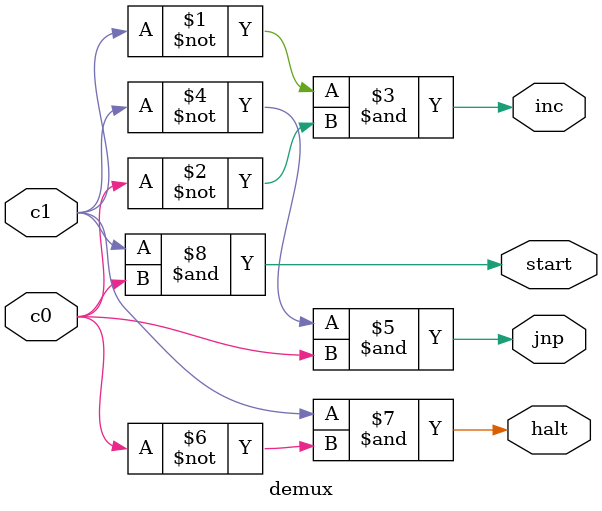
<source format=v>
module demux (
	c1, //MSB address of demux 
	c0, //LSB address of demux 
	inc, // (00) 
	jnp, // (01) 
	halt, //(10) 
	start //(11)
);
	output inc, jnp, halt, start;
	input c1, c0;
	
	wire c1, c0, inc, jnp, halt, start;
	
	assign inc = (~c1) & (~c0);
	assign jnp = (~c1) & (c0);
	assign halt = (c1) & (~c0);
	assign start = (c1) & (c0);
endmodule

</source>
